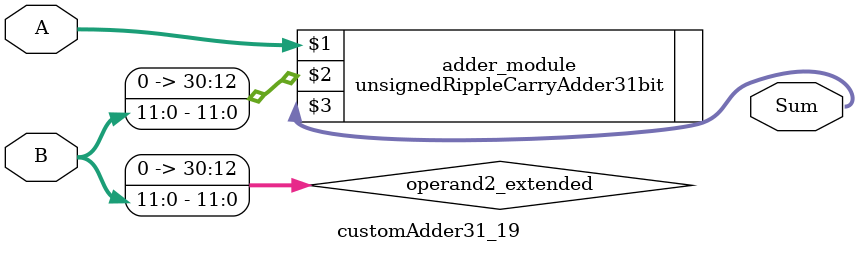
<source format=v>

module customAdder31_19(
                    input [30 : 0] A,
                    input [11 : 0] B,
                    
                    output [31 : 0] Sum
            );

    wire [30 : 0] operand2_extended;
    
    assign operand2_extended =  {19'b0, B};
    
    unsignedRippleCarryAdder31bit adder_module(
        A,
        operand2_extended,
        Sum
    );
    
endmodule
        
</source>
